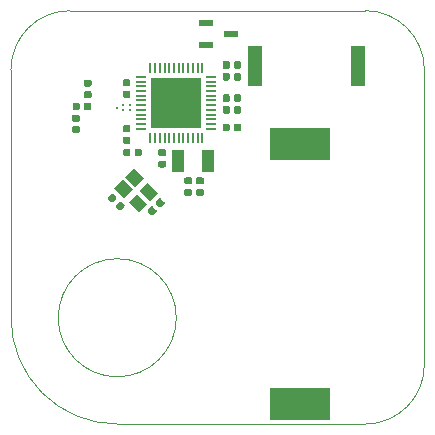
<source format=gbr>
G04 #@! TF.GenerationSoftware,KiCad,Pcbnew,(5.1.5-0-10_14)*
G04 #@! TF.CreationDate,2020-05-20T19:47:04+12:00*
G04 #@! TF.ProjectId,bluetooth-tracker,626c7565-746f-46f7-9468-2d747261636b,A*
G04 #@! TF.SameCoordinates,Original*
G04 #@! TF.FileFunction,Paste,Top*
G04 #@! TF.FilePolarity,Positive*
%FSLAX46Y46*%
G04 Gerber Fmt 4.6, Leading zero omitted, Abs format (unit mm)*
G04 Created by KiCad (PCBNEW (5.1.5-0-10_14)) date 2020-05-20 19:47:04*
%MOMM*%
%LPD*%
G04 APERTURE LIST*
%ADD10C,0.100000*%
%ADD11C,0.320000*%
%ADD12R,5.080000X2.790000*%
%ADD13R,1.300000X3.400000*%
%ADD14R,1.300000X0.600000*%
%ADD15R,1.100000X1.900000*%
%ADD16O,0.200000X0.850000*%
%ADD17O,0.850000X0.200000*%
%ADD18R,4.300000X4.300000*%
G04 APERTURE END LIST*
D10*
X69400000Y-72000000D02*
G75*
G03X69400000Y-72000000I-5000000J0D01*
G01*
X60400000Y-46000001D02*
X85400000Y-46000001D01*
X85399999Y-81000000D02*
X64400000Y-81000000D01*
X90399999Y-76000002D02*
G75*
G02X85399999Y-81000000I-4999999J1D01*
G01*
X90400000Y-51000001D02*
X90400000Y-76000000D01*
X85400000Y-46000001D02*
G75*
G02X90400000Y-51000001I0J-5000000D01*
G01*
X55400001Y-51000001D02*
G75*
G02X60400001Y-46000001I5000000J0D01*
G01*
X55400000Y-71999999D02*
X55400000Y-51000001D01*
X64399999Y-81000000D02*
G75*
G02X55400000Y-71999999I1J9000000D01*
G01*
G36*
X74746958Y-55580710D02*
G01*
X74761276Y-55582834D01*
X74775317Y-55586351D01*
X74788946Y-55591228D01*
X74802031Y-55597417D01*
X74814447Y-55604858D01*
X74826073Y-55613481D01*
X74836798Y-55623202D01*
X74846519Y-55633927D01*
X74855142Y-55645553D01*
X74862583Y-55657969D01*
X74868772Y-55671054D01*
X74873649Y-55684683D01*
X74877166Y-55698724D01*
X74879290Y-55713042D01*
X74880000Y-55727500D01*
X74880000Y-56072500D01*
X74879290Y-56086958D01*
X74877166Y-56101276D01*
X74873649Y-56115317D01*
X74868772Y-56128946D01*
X74862583Y-56142031D01*
X74855142Y-56154447D01*
X74846519Y-56166073D01*
X74836798Y-56176798D01*
X74826073Y-56186519D01*
X74814447Y-56195142D01*
X74802031Y-56202583D01*
X74788946Y-56208772D01*
X74775317Y-56213649D01*
X74761276Y-56217166D01*
X74746958Y-56219290D01*
X74732500Y-56220000D01*
X74437500Y-56220000D01*
X74423042Y-56219290D01*
X74408724Y-56217166D01*
X74394683Y-56213649D01*
X74381054Y-56208772D01*
X74367969Y-56202583D01*
X74355553Y-56195142D01*
X74343927Y-56186519D01*
X74333202Y-56176798D01*
X74323481Y-56166073D01*
X74314858Y-56154447D01*
X74307417Y-56142031D01*
X74301228Y-56128946D01*
X74296351Y-56115317D01*
X74292834Y-56101276D01*
X74290710Y-56086958D01*
X74290000Y-56072500D01*
X74290000Y-55727500D01*
X74290710Y-55713042D01*
X74292834Y-55698724D01*
X74296351Y-55684683D01*
X74301228Y-55671054D01*
X74307417Y-55657969D01*
X74314858Y-55645553D01*
X74323481Y-55633927D01*
X74333202Y-55623202D01*
X74343927Y-55613481D01*
X74355553Y-55604858D01*
X74367969Y-55597417D01*
X74381054Y-55591228D01*
X74394683Y-55586351D01*
X74408724Y-55582834D01*
X74423042Y-55580710D01*
X74437500Y-55580000D01*
X74732500Y-55580000D01*
X74746958Y-55580710D01*
G37*
G36*
X73776958Y-55580710D02*
G01*
X73791276Y-55582834D01*
X73805317Y-55586351D01*
X73818946Y-55591228D01*
X73832031Y-55597417D01*
X73844447Y-55604858D01*
X73856073Y-55613481D01*
X73866798Y-55623202D01*
X73876519Y-55633927D01*
X73885142Y-55645553D01*
X73892583Y-55657969D01*
X73898772Y-55671054D01*
X73903649Y-55684683D01*
X73907166Y-55698724D01*
X73909290Y-55713042D01*
X73910000Y-55727500D01*
X73910000Y-56072500D01*
X73909290Y-56086958D01*
X73907166Y-56101276D01*
X73903649Y-56115317D01*
X73898772Y-56128946D01*
X73892583Y-56142031D01*
X73885142Y-56154447D01*
X73876519Y-56166073D01*
X73866798Y-56176798D01*
X73856073Y-56186519D01*
X73844447Y-56195142D01*
X73832031Y-56202583D01*
X73818946Y-56208772D01*
X73805317Y-56213649D01*
X73791276Y-56217166D01*
X73776958Y-56219290D01*
X73762500Y-56220000D01*
X73467500Y-56220000D01*
X73453042Y-56219290D01*
X73438724Y-56217166D01*
X73424683Y-56213649D01*
X73411054Y-56208772D01*
X73397969Y-56202583D01*
X73385553Y-56195142D01*
X73373927Y-56186519D01*
X73363202Y-56176798D01*
X73353481Y-56166073D01*
X73344858Y-56154447D01*
X73337417Y-56142031D01*
X73331228Y-56128946D01*
X73326351Y-56115317D01*
X73322834Y-56101276D01*
X73320710Y-56086958D01*
X73320000Y-56072500D01*
X73320000Y-55727500D01*
X73320710Y-55713042D01*
X73322834Y-55698724D01*
X73326351Y-55684683D01*
X73331228Y-55671054D01*
X73337417Y-55657969D01*
X73344858Y-55645553D01*
X73353481Y-55633927D01*
X73363202Y-55623202D01*
X73373927Y-55613481D01*
X73385553Y-55604858D01*
X73397969Y-55597417D01*
X73411054Y-55591228D01*
X73424683Y-55586351D01*
X73438724Y-55582834D01*
X73453042Y-55580710D01*
X73467500Y-55580000D01*
X73762500Y-55580000D01*
X73776958Y-55580710D01*
G37*
G36*
X73776958Y-50280710D02*
G01*
X73791276Y-50282834D01*
X73805317Y-50286351D01*
X73818946Y-50291228D01*
X73832031Y-50297417D01*
X73844447Y-50304858D01*
X73856073Y-50313481D01*
X73866798Y-50323202D01*
X73876519Y-50333927D01*
X73885142Y-50345553D01*
X73892583Y-50357969D01*
X73898772Y-50371054D01*
X73903649Y-50384683D01*
X73907166Y-50398724D01*
X73909290Y-50413042D01*
X73910000Y-50427500D01*
X73910000Y-50772500D01*
X73909290Y-50786958D01*
X73907166Y-50801276D01*
X73903649Y-50815317D01*
X73898772Y-50828946D01*
X73892583Y-50842031D01*
X73885142Y-50854447D01*
X73876519Y-50866073D01*
X73866798Y-50876798D01*
X73856073Y-50886519D01*
X73844447Y-50895142D01*
X73832031Y-50902583D01*
X73818946Y-50908772D01*
X73805317Y-50913649D01*
X73791276Y-50917166D01*
X73776958Y-50919290D01*
X73762500Y-50920000D01*
X73467500Y-50920000D01*
X73453042Y-50919290D01*
X73438724Y-50917166D01*
X73424683Y-50913649D01*
X73411054Y-50908772D01*
X73397969Y-50902583D01*
X73385553Y-50895142D01*
X73373927Y-50886519D01*
X73363202Y-50876798D01*
X73353481Y-50866073D01*
X73344858Y-50854447D01*
X73337417Y-50842031D01*
X73331228Y-50828946D01*
X73326351Y-50815317D01*
X73322834Y-50801276D01*
X73320710Y-50786958D01*
X73320000Y-50772500D01*
X73320000Y-50427500D01*
X73320710Y-50413042D01*
X73322834Y-50398724D01*
X73326351Y-50384683D01*
X73331228Y-50371054D01*
X73337417Y-50357969D01*
X73344858Y-50345553D01*
X73353481Y-50333927D01*
X73363202Y-50323202D01*
X73373927Y-50313481D01*
X73385553Y-50304858D01*
X73397969Y-50297417D01*
X73411054Y-50291228D01*
X73424683Y-50286351D01*
X73438724Y-50282834D01*
X73453042Y-50280710D01*
X73467500Y-50280000D01*
X73762500Y-50280000D01*
X73776958Y-50280710D01*
G37*
G36*
X74746958Y-50280710D02*
G01*
X74761276Y-50282834D01*
X74775317Y-50286351D01*
X74788946Y-50291228D01*
X74802031Y-50297417D01*
X74814447Y-50304858D01*
X74826073Y-50313481D01*
X74836798Y-50323202D01*
X74846519Y-50333927D01*
X74855142Y-50345553D01*
X74862583Y-50357969D01*
X74868772Y-50371054D01*
X74873649Y-50384683D01*
X74877166Y-50398724D01*
X74879290Y-50413042D01*
X74880000Y-50427500D01*
X74880000Y-50772500D01*
X74879290Y-50786958D01*
X74877166Y-50801276D01*
X74873649Y-50815317D01*
X74868772Y-50828946D01*
X74862583Y-50842031D01*
X74855142Y-50854447D01*
X74846519Y-50866073D01*
X74836798Y-50876798D01*
X74826073Y-50886519D01*
X74814447Y-50895142D01*
X74802031Y-50902583D01*
X74788946Y-50908772D01*
X74775317Y-50913649D01*
X74761276Y-50917166D01*
X74746958Y-50919290D01*
X74732500Y-50920000D01*
X74437500Y-50920000D01*
X74423042Y-50919290D01*
X74408724Y-50917166D01*
X74394683Y-50913649D01*
X74381054Y-50908772D01*
X74367969Y-50902583D01*
X74355553Y-50895142D01*
X74343927Y-50886519D01*
X74333202Y-50876798D01*
X74323481Y-50866073D01*
X74314858Y-50854447D01*
X74307417Y-50842031D01*
X74301228Y-50828946D01*
X74296351Y-50815317D01*
X74292834Y-50801276D01*
X74290710Y-50786958D01*
X74290000Y-50772500D01*
X74290000Y-50427500D01*
X74290710Y-50413042D01*
X74292834Y-50398724D01*
X74296351Y-50384683D01*
X74301228Y-50371054D01*
X74307417Y-50357969D01*
X74314858Y-50345553D01*
X74323481Y-50333927D01*
X74333202Y-50323202D01*
X74343927Y-50313481D01*
X74355553Y-50304858D01*
X74367969Y-50297417D01*
X74381054Y-50291228D01*
X74394683Y-50286351D01*
X74408724Y-50282834D01*
X74423042Y-50280710D01*
X74437500Y-50280000D01*
X74732500Y-50280000D01*
X74746958Y-50280710D01*
G37*
G36*
X73776958Y-53080710D02*
G01*
X73791276Y-53082834D01*
X73805317Y-53086351D01*
X73818946Y-53091228D01*
X73832031Y-53097417D01*
X73844447Y-53104858D01*
X73856073Y-53113481D01*
X73866798Y-53123202D01*
X73876519Y-53133927D01*
X73885142Y-53145553D01*
X73892583Y-53157969D01*
X73898772Y-53171054D01*
X73903649Y-53184683D01*
X73907166Y-53198724D01*
X73909290Y-53213042D01*
X73910000Y-53227500D01*
X73910000Y-53572500D01*
X73909290Y-53586958D01*
X73907166Y-53601276D01*
X73903649Y-53615317D01*
X73898772Y-53628946D01*
X73892583Y-53642031D01*
X73885142Y-53654447D01*
X73876519Y-53666073D01*
X73866798Y-53676798D01*
X73856073Y-53686519D01*
X73844447Y-53695142D01*
X73832031Y-53702583D01*
X73818946Y-53708772D01*
X73805317Y-53713649D01*
X73791276Y-53717166D01*
X73776958Y-53719290D01*
X73762500Y-53720000D01*
X73467500Y-53720000D01*
X73453042Y-53719290D01*
X73438724Y-53717166D01*
X73424683Y-53713649D01*
X73411054Y-53708772D01*
X73397969Y-53702583D01*
X73385553Y-53695142D01*
X73373927Y-53686519D01*
X73363202Y-53676798D01*
X73353481Y-53666073D01*
X73344858Y-53654447D01*
X73337417Y-53642031D01*
X73331228Y-53628946D01*
X73326351Y-53615317D01*
X73322834Y-53601276D01*
X73320710Y-53586958D01*
X73320000Y-53572500D01*
X73320000Y-53227500D01*
X73320710Y-53213042D01*
X73322834Y-53198724D01*
X73326351Y-53184683D01*
X73331228Y-53171054D01*
X73337417Y-53157969D01*
X73344858Y-53145553D01*
X73353481Y-53133927D01*
X73363202Y-53123202D01*
X73373927Y-53113481D01*
X73385553Y-53104858D01*
X73397969Y-53097417D01*
X73411054Y-53091228D01*
X73424683Y-53086351D01*
X73438724Y-53082834D01*
X73453042Y-53080710D01*
X73467500Y-53080000D01*
X73762500Y-53080000D01*
X73776958Y-53080710D01*
G37*
G36*
X74746958Y-53080710D02*
G01*
X74761276Y-53082834D01*
X74775317Y-53086351D01*
X74788946Y-53091228D01*
X74802031Y-53097417D01*
X74814447Y-53104858D01*
X74826073Y-53113481D01*
X74836798Y-53123202D01*
X74846519Y-53133927D01*
X74855142Y-53145553D01*
X74862583Y-53157969D01*
X74868772Y-53171054D01*
X74873649Y-53184683D01*
X74877166Y-53198724D01*
X74879290Y-53213042D01*
X74880000Y-53227500D01*
X74880000Y-53572500D01*
X74879290Y-53586958D01*
X74877166Y-53601276D01*
X74873649Y-53615317D01*
X74868772Y-53628946D01*
X74862583Y-53642031D01*
X74855142Y-53654447D01*
X74846519Y-53666073D01*
X74836798Y-53676798D01*
X74826073Y-53686519D01*
X74814447Y-53695142D01*
X74802031Y-53702583D01*
X74788946Y-53708772D01*
X74775317Y-53713649D01*
X74761276Y-53717166D01*
X74746958Y-53719290D01*
X74732500Y-53720000D01*
X74437500Y-53720000D01*
X74423042Y-53719290D01*
X74408724Y-53717166D01*
X74394683Y-53713649D01*
X74381054Y-53708772D01*
X74367969Y-53702583D01*
X74355553Y-53695142D01*
X74343927Y-53686519D01*
X74333202Y-53676798D01*
X74323481Y-53666073D01*
X74314858Y-53654447D01*
X74307417Y-53642031D01*
X74301228Y-53628946D01*
X74296351Y-53615317D01*
X74292834Y-53601276D01*
X74290710Y-53586958D01*
X74290000Y-53572500D01*
X74290000Y-53227500D01*
X74290710Y-53213042D01*
X74292834Y-53198724D01*
X74296351Y-53184683D01*
X74301228Y-53171054D01*
X74307417Y-53157969D01*
X74314858Y-53145553D01*
X74323481Y-53133927D01*
X74333202Y-53123202D01*
X74343927Y-53113481D01*
X74355553Y-53104858D01*
X74367969Y-53097417D01*
X74381054Y-53091228D01*
X74394683Y-53086351D01*
X74408724Y-53082834D01*
X74423042Y-53080710D01*
X74437500Y-53080000D01*
X74732500Y-53080000D01*
X74746958Y-53080710D01*
G37*
G36*
X73776958Y-54080710D02*
G01*
X73791276Y-54082834D01*
X73805317Y-54086351D01*
X73818946Y-54091228D01*
X73832031Y-54097417D01*
X73844447Y-54104858D01*
X73856073Y-54113481D01*
X73866798Y-54123202D01*
X73876519Y-54133927D01*
X73885142Y-54145553D01*
X73892583Y-54157969D01*
X73898772Y-54171054D01*
X73903649Y-54184683D01*
X73907166Y-54198724D01*
X73909290Y-54213042D01*
X73910000Y-54227500D01*
X73910000Y-54572500D01*
X73909290Y-54586958D01*
X73907166Y-54601276D01*
X73903649Y-54615317D01*
X73898772Y-54628946D01*
X73892583Y-54642031D01*
X73885142Y-54654447D01*
X73876519Y-54666073D01*
X73866798Y-54676798D01*
X73856073Y-54686519D01*
X73844447Y-54695142D01*
X73832031Y-54702583D01*
X73818946Y-54708772D01*
X73805317Y-54713649D01*
X73791276Y-54717166D01*
X73776958Y-54719290D01*
X73762500Y-54720000D01*
X73467500Y-54720000D01*
X73453042Y-54719290D01*
X73438724Y-54717166D01*
X73424683Y-54713649D01*
X73411054Y-54708772D01*
X73397969Y-54702583D01*
X73385553Y-54695142D01*
X73373927Y-54686519D01*
X73363202Y-54676798D01*
X73353481Y-54666073D01*
X73344858Y-54654447D01*
X73337417Y-54642031D01*
X73331228Y-54628946D01*
X73326351Y-54615317D01*
X73322834Y-54601276D01*
X73320710Y-54586958D01*
X73320000Y-54572500D01*
X73320000Y-54227500D01*
X73320710Y-54213042D01*
X73322834Y-54198724D01*
X73326351Y-54184683D01*
X73331228Y-54171054D01*
X73337417Y-54157969D01*
X73344858Y-54145553D01*
X73353481Y-54133927D01*
X73363202Y-54123202D01*
X73373927Y-54113481D01*
X73385553Y-54104858D01*
X73397969Y-54097417D01*
X73411054Y-54091228D01*
X73424683Y-54086351D01*
X73438724Y-54082834D01*
X73453042Y-54080710D01*
X73467500Y-54080000D01*
X73762500Y-54080000D01*
X73776958Y-54080710D01*
G37*
G36*
X74746958Y-54080710D02*
G01*
X74761276Y-54082834D01*
X74775317Y-54086351D01*
X74788946Y-54091228D01*
X74802031Y-54097417D01*
X74814447Y-54104858D01*
X74826073Y-54113481D01*
X74836798Y-54123202D01*
X74846519Y-54133927D01*
X74855142Y-54145553D01*
X74862583Y-54157969D01*
X74868772Y-54171054D01*
X74873649Y-54184683D01*
X74877166Y-54198724D01*
X74879290Y-54213042D01*
X74880000Y-54227500D01*
X74880000Y-54572500D01*
X74879290Y-54586958D01*
X74877166Y-54601276D01*
X74873649Y-54615317D01*
X74868772Y-54628946D01*
X74862583Y-54642031D01*
X74855142Y-54654447D01*
X74846519Y-54666073D01*
X74836798Y-54676798D01*
X74826073Y-54686519D01*
X74814447Y-54695142D01*
X74802031Y-54702583D01*
X74788946Y-54708772D01*
X74775317Y-54713649D01*
X74761276Y-54717166D01*
X74746958Y-54719290D01*
X74732500Y-54720000D01*
X74437500Y-54720000D01*
X74423042Y-54719290D01*
X74408724Y-54717166D01*
X74394683Y-54713649D01*
X74381054Y-54708772D01*
X74367969Y-54702583D01*
X74355553Y-54695142D01*
X74343927Y-54686519D01*
X74333202Y-54676798D01*
X74323481Y-54666073D01*
X74314858Y-54654447D01*
X74307417Y-54642031D01*
X74301228Y-54628946D01*
X74296351Y-54615317D01*
X74292834Y-54601276D01*
X74290710Y-54586958D01*
X74290000Y-54572500D01*
X74290000Y-54227500D01*
X74290710Y-54213042D01*
X74292834Y-54198724D01*
X74296351Y-54184683D01*
X74301228Y-54171054D01*
X74307417Y-54157969D01*
X74314858Y-54145553D01*
X74323481Y-54133927D01*
X74333202Y-54123202D01*
X74343927Y-54113481D01*
X74355553Y-54104858D01*
X74367969Y-54097417D01*
X74381054Y-54091228D01*
X74394683Y-54086351D01*
X74408724Y-54082834D01*
X74423042Y-54080710D01*
X74437500Y-54080000D01*
X74732500Y-54080000D01*
X74746958Y-54080710D01*
G37*
G36*
X61076958Y-53780710D02*
G01*
X61091276Y-53782834D01*
X61105317Y-53786351D01*
X61118946Y-53791228D01*
X61132031Y-53797417D01*
X61144447Y-53804858D01*
X61156073Y-53813481D01*
X61166798Y-53823202D01*
X61176519Y-53833927D01*
X61185142Y-53845553D01*
X61192583Y-53857969D01*
X61198772Y-53871054D01*
X61203649Y-53884683D01*
X61207166Y-53898724D01*
X61209290Y-53913042D01*
X61210000Y-53927500D01*
X61210000Y-54272500D01*
X61209290Y-54286958D01*
X61207166Y-54301276D01*
X61203649Y-54315317D01*
X61198772Y-54328946D01*
X61192583Y-54342031D01*
X61185142Y-54354447D01*
X61176519Y-54366073D01*
X61166798Y-54376798D01*
X61156073Y-54386519D01*
X61144447Y-54395142D01*
X61132031Y-54402583D01*
X61118946Y-54408772D01*
X61105317Y-54413649D01*
X61091276Y-54417166D01*
X61076958Y-54419290D01*
X61062500Y-54420000D01*
X60767500Y-54420000D01*
X60753042Y-54419290D01*
X60738724Y-54417166D01*
X60724683Y-54413649D01*
X60711054Y-54408772D01*
X60697969Y-54402583D01*
X60685553Y-54395142D01*
X60673927Y-54386519D01*
X60663202Y-54376798D01*
X60653481Y-54366073D01*
X60644858Y-54354447D01*
X60637417Y-54342031D01*
X60631228Y-54328946D01*
X60626351Y-54315317D01*
X60622834Y-54301276D01*
X60620710Y-54286958D01*
X60620000Y-54272500D01*
X60620000Y-53927500D01*
X60620710Y-53913042D01*
X60622834Y-53898724D01*
X60626351Y-53884683D01*
X60631228Y-53871054D01*
X60637417Y-53857969D01*
X60644858Y-53845553D01*
X60653481Y-53833927D01*
X60663202Y-53823202D01*
X60673927Y-53813481D01*
X60685553Y-53804858D01*
X60697969Y-53797417D01*
X60711054Y-53791228D01*
X60724683Y-53786351D01*
X60738724Y-53782834D01*
X60753042Y-53780710D01*
X60767500Y-53780000D01*
X61062500Y-53780000D01*
X61076958Y-53780710D01*
G37*
G36*
X62046958Y-53780710D02*
G01*
X62061276Y-53782834D01*
X62075317Y-53786351D01*
X62088946Y-53791228D01*
X62102031Y-53797417D01*
X62114447Y-53804858D01*
X62126073Y-53813481D01*
X62136798Y-53823202D01*
X62146519Y-53833927D01*
X62155142Y-53845553D01*
X62162583Y-53857969D01*
X62168772Y-53871054D01*
X62173649Y-53884683D01*
X62177166Y-53898724D01*
X62179290Y-53913042D01*
X62180000Y-53927500D01*
X62180000Y-54272500D01*
X62179290Y-54286958D01*
X62177166Y-54301276D01*
X62173649Y-54315317D01*
X62168772Y-54328946D01*
X62162583Y-54342031D01*
X62155142Y-54354447D01*
X62146519Y-54366073D01*
X62136798Y-54376798D01*
X62126073Y-54386519D01*
X62114447Y-54395142D01*
X62102031Y-54402583D01*
X62088946Y-54408772D01*
X62075317Y-54413649D01*
X62061276Y-54417166D01*
X62046958Y-54419290D01*
X62032500Y-54420000D01*
X61737500Y-54420000D01*
X61723042Y-54419290D01*
X61708724Y-54417166D01*
X61694683Y-54413649D01*
X61681054Y-54408772D01*
X61667969Y-54402583D01*
X61655553Y-54395142D01*
X61643927Y-54386519D01*
X61633202Y-54376798D01*
X61623481Y-54366073D01*
X61614858Y-54354447D01*
X61607417Y-54342031D01*
X61601228Y-54328946D01*
X61596351Y-54315317D01*
X61592834Y-54301276D01*
X61590710Y-54286958D01*
X61590000Y-54272500D01*
X61590000Y-53927500D01*
X61590710Y-53913042D01*
X61592834Y-53898724D01*
X61596351Y-53884683D01*
X61601228Y-53871054D01*
X61607417Y-53857969D01*
X61614858Y-53845553D01*
X61623481Y-53833927D01*
X61633202Y-53823202D01*
X61643927Y-53813481D01*
X61655553Y-53804858D01*
X61667969Y-53797417D01*
X61681054Y-53791228D01*
X61694683Y-53786351D01*
X61708724Y-53782834D01*
X61723042Y-53780710D01*
X61737500Y-53780000D01*
X62032500Y-53780000D01*
X62046958Y-53780710D01*
G37*
G36*
X61086958Y-55775710D02*
G01*
X61101276Y-55777834D01*
X61115317Y-55781351D01*
X61128946Y-55786228D01*
X61142031Y-55792417D01*
X61154447Y-55799858D01*
X61166073Y-55808481D01*
X61176798Y-55818202D01*
X61186519Y-55828927D01*
X61195142Y-55840553D01*
X61202583Y-55852969D01*
X61208772Y-55866054D01*
X61213649Y-55879683D01*
X61217166Y-55893724D01*
X61219290Y-55908042D01*
X61220000Y-55922500D01*
X61220000Y-56217500D01*
X61219290Y-56231958D01*
X61217166Y-56246276D01*
X61213649Y-56260317D01*
X61208772Y-56273946D01*
X61202583Y-56287031D01*
X61195142Y-56299447D01*
X61186519Y-56311073D01*
X61176798Y-56321798D01*
X61166073Y-56331519D01*
X61154447Y-56340142D01*
X61142031Y-56347583D01*
X61128946Y-56353772D01*
X61115317Y-56358649D01*
X61101276Y-56362166D01*
X61086958Y-56364290D01*
X61072500Y-56365000D01*
X60727500Y-56365000D01*
X60713042Y-56364290D01*
X60698724Y-56362166D01*
X60684683Y-56358649D01*
X60671054Y-56353772D01*
X60657969Y-56347583D01*
X60645553Y-56340142D01*
X60633927Y-56331519D01*
X60623202Y-56321798D01*
X60613481Y-56311073D01*
X60604858Y-56299447D01*
X60597417Y-56287031D01*
X60591228Y-56273946D01*
X60586351Y-56260317D01*
X60582834Y-56246276D01*
X60580710Y-56231958D01*
X60580000Y-56217500D01*
X60580000Y-55922500D01*
X60580710Y-55908042D01*
X60582834Y-55893724D01*
X60586351Y-55879683D01*
X60591228Y-55866054D01*
X60597417Y-55852969D01*
X60604858Y-55840553D01*
X60613481Y-55828927D01*
X60623202Y-55818202D01*
X60633927Y-55808481D01*
X60645553Y-55799858D01*
X60657969Y-55792417D01*
X60671054Y-55786228D01*
X60684683Y-55781351D01*
X60698724Y-55777834D01*
X60713042Y-55775710D01*
X60727500Y-55775000D01*
X61072500Y-55775000D01*
X61086958Y-55775710D01*
G37*
G36*
X61086958Y-54805710D02*
G01*
X61101276Y-54807834D01*
X61115317Y-54811351D01*
X61128946Y-54816228D01*
X61142031Y-54822417D01*
X61154447Y-54829858D01*
X61166073Y-54838481D01*
X61176798Y-54848202D01*
X61186519Y-54858927D01*
X61195142Y-54870553D01*
X61202583Y-54882969D01*
X61208772Y-54896054D01*
X61213649Y-54909683D01*
X61217166Y-54923724D01*
X61219290Y-54938042D01*
X61220000Y-54952500D01*
X61220000Y-55247500D01*
X61219290Y-55261958D01*
X61217166Y-55276276D01*
X61213649Y-55290317D01*
X61208772Y-55303946D01*
X61202583Y-55317031D01*
X61195142Y-55329447D01*
X61186519Y-55341073D01*
X61176798Y-55351798D01*
X61166073Y-55361519D01*
X61154447Y-55370142D01*
X61142031Y-55377583D01*
X61128946Y-55383772D01*
X61115317Y-55388649D01*
X61101276Y-55392166D01*
X61086958Y-55394290D01*
X61072500Y-55395000D01*
X60727500Y-55395000D01*
X60713042Y-55394290D01*
X60698724Y-55392166D01*
X60684683Y-55388649D01*
X60671054Y-55383772D01*
X60657969Y-55377583D01*
X60645553Y-55370142D01*
X60633927Y-55361519D01*
X60623202Y-55351798D01*
X60613481Y-55341073D01*
X60604858Y-55329447D01*
X60597417Y-55317031D01*
X60591228Y-55303946D01*
X60586351Y-55290317D01*
X60582834Y-55276276D01*
X60580710Y-55261958D01*
X60580000Y-55247500D01*
X60580000Y-54952500D01*
X60580710Y-54938042D01*
X60582834Y-54923724D01*
X60586351Y-54909683D01*
X60591228Y-54896054D01*
X60597417Y-54882969D01*
X60604858Y-54870553D01*
X60613481Y-54858927D01*
X60623202Y-54848202D01*
X60633927Y-54838481D01*
X60645553Y-54829858D01*
X60657969Y-54822417D01*
X60671054Y-54816228D01*
X60684683Y-54811351D01*
X60698724Y-54807834D01*
X60713042Y-54805710D01*
X60727500Y-54805000D01*
X61072500Y-54805000D01*
X61086958Y-54805710D01*
G37*
G36*
X62086958Y-51835710D02*
G01*
X62101276Y-51837834D01*
X62115317Y-51841351D01*
X62128946Y-51846228D01*
X62142031Y-51852417D01*
X62154447Y-51859858D01*
X62166073Y-51868481D01*
X62176798Y-51878202D01*
X62186519Y-51888927D01*
X62195142Y-51900553D01*
X62202583Y-51912969D01*
X62208772Y-51926054D01*
X62213649Y-51939683D01*
X62217166Y-51953724D01*
X62219290Y-51968042D01*
X62220000Y-51982500D01*
X62220000Y-52277500D01*
X62219290Y-52291958D01*
X62217166Y-52306276D01*
X62213649Y-52320317D01*
X62208772Y-52333946D01*
X62202583Y-52347031D01*
X62195142Y-52359447D01*
X62186519Y-52371073D01*
X62176798Y-52381798D01*
X62166073Y-52391519D01*
X62154447Y-52400142D01*
X62142031Y-52407583D01*
X62128946Y-52413772D01*
X62115317Y-52418649D01*
X62101276Y-52422166D01*
X62086958Y-52424290D01*
X62072500Y-52425000D01*
X61727500Y-52425000D01*
X61713042Y-52424290D01*
X61698724Y-52422166D01*
X61684683Y-52418649D01*
X61671054Y-52413772D01*
X61657969Y-52407583D01*
X61645553Y-52400142D01*
X61633927Y-52391519D01*
X61623202Y-52381798D01*
X61613481Y-52371073D01*
X61604858Y-52359447D01*
X61597417Y-52347031D01*
X61591228Y-52333946D01*
X61586351Y-52320317D01*
X61582834Y-52306276D01*
X61580710Y-52291958D01*
X61580000Y-52277500D01*
X61580000Y-51982500D01*
X61580710Y-51968042D01*
X61582834Y-51953724D01*
X61586351Y-51939683D01*
X61591228Y-51926054D01*
X61597417Y-51912969D01*
X61604858Y-51900553D01*
X61613481Y-51888927D01*
X61623202Y-51878202D01*
X61633927Y-51868481D01*
X61645553Y-51859858D01*
X61657969Y-51852417D01*
X61671054Y-51846228D01*
X61684683Y-51841351D01*
X61698724Y-51837834D01*
X61713042Y-51835710D01*
X61727500Y-51835000D01*
X62072500Y-51835000D01*
X62086958Y-51835710D01*
G37*
G36*
X62086958Y-52805710D02*
G01*
X62101276Y-52807834D01*
X62115317Y-52811351D01*
X62128946Y-52816228D01*
X62142031Y-52822417D01*
X62154447Y-52829858D01*
X62166073Y-52838481D01*
X62176798Y-52848202D01*
X62186519Y-52858927D01*
X62195142Y-52870553D01*
X62202583Y-52882969D01*
X62208772Y-52896054D01*
X62213649Y-52909683D01*
X62217166Y-52923724D01*
X62219290Y-52938042D01*
X62220000Y-52952500D01*
X62220000Y-53247500D01*
X62219290Y-53261958D01*
X62217166Y-53276276D01*
X62213649Y-53290317D01*
X62208772Y-53303946D01*
X62202583Y-53317031D01*
X62195142Y-53329447D01*
X62186519Y-53341073D01*
X62176798Y-53351798D01*
X62166073Y-53361519D01*
X62154447Y-53370142D01*
X62142031Y-53377583D01*
X62128946Y-53383772D01*
X62115317Y-53388649D01*
X62101276Y-53392166D01*
X62086958Y-53394290D01*
X62072500Y-53395000D01*
X61727500Y-53395000D01*
X61713042Y-53394290D01*
X61698724Y-53392166D01*
X61684683Y-53388649D01*
X61671054Y-53383772D01*
X61657969Y-53377583D01*
X61645553Y-53370142D01*
X61633927Y-53361519D01*
X61623202Y-53351798D01*
X61613481Y-53341073D01*
X61604858Y-53329447D01*
X61597417Y-53317031D01*
X61591228Y-53303946D01*
X61586351Y-53290317D01*
X61582834Y-53276276D01*
X61580710Y-53261958D01*
X61580000Y-53247500D01*
X61580000Y-52952500D01*
X61580710Y-52938042D01*
X61582834Y-52923724D01*
X61586351Y-52909683D01*
X61591228Y-52896054D01*
X61597417Y-52882969D01*
X61604858Y-52870553D01*
X61613481Y-52858927D01*
X61623202Y-52848202D01*
X61633927Y-52838481D01*
X61645553Y-52829858D01*
X61657969Y-52822417D01*
X61671054Y-52816228D01*
X61684683Y-52811351D01*
X61698724Y-52807834D01*
X61713042Y-52805710D01*
X61727500Y-52805000D01*
X62072500Y-52805000D01*
X62086958Y-52805710D01*
G37*
G36*
X65386958Y-51820710D02*
G01*
X65401276Y-51822834D01*
X65415317Y-51826351D01*
X65428946Y-51831228D01*
X65442031Y-51837417D01*
X65454447Y-51844858D01*
X65466073Y-51853481D01*
X65476798Y-51863202D01*
X65486519Y-51873927D01*
X65495142Y-51885553D01*
X65502583Y-51897969D01*
X65508772Y-51911054D01*
X65513649Y-51924683D01*
X65517166Y-51938724D01*
X65519290Y-51953042D01*
X65520000Y-51967500D01*
X65520000Y-52262500D01*
X65519290Y-52276958D01*
X65517166Y-52291276D01*
X65513649Y-52305317D01*
X65508772Y-52318946D01*
X65502583Y-52332031D01*
X65495142Y-52344447D01*
X65486519Y-52356073D01*
X65476798Y-52366798D01*
X65466073Y-52376519D01*
X65454447Y-52385142D01*
X65442031Y-52392583D01*
X65428946Y-52398772D01*
X65415317Y-52403649D01*
X65401276Y-52407166D01*
X65386958Y-52409290D01*
X65372500Y-52410000D01*
X65027500Y-52410000D01*
X65013042Y-52409290D01*
X64998724Y-52407166D01*
X64984683Y-52403649D01*
X64971054Y-52398772D01*
X64957969Y-52392583D01*
X64945553Y-52385142D01*
X64933927Y-52376519D01*
X64923202Y-52366798D01*
X64913481Y-52356073D01*
X64904858Y-52344447D01*
X64897417Y-52332031D01*
X64891228Y-52318946D01*
X64886351Y-52305317D01*
X64882834Y-52291276D01*
X64880710Y-52276958D01*
X64880000Y-52262500D01*
X64880000Y-51967500D01*
X64880710Y-51953042D01*
X64882834Y-51938724D01*
X64886351Y-51924683D01*
X64891228Y-51911054D01*
X64897417Y-51897969D01*
X64904858Y-51885553D01*
X64913481Y-51873927D01*
X64923202Y-51863202D01*
X64933927Y-51853481D01*
X64945553Y-51844858D01*
X64957969Y-51837417D01*
X64971054Y-51831228D01*
X64984683Y-51826351D01*
X64998724Y-51822834D01*
X65013042Y-51820710D01*
X65027500Y-51820000D01*
X65372500Y-51820000D01*
X65386958Y-51820710D01*
G37*
G36*
X65386958Y-52790710D02*
G01*
X65401276Y-52792834D01*
X65415317Y-52796351D01*
X65428946Y-52801228D01*
X65442031Y-52807417D01*
X65454447Y-52814858D01*
X65466073Y-52823481D01*
X65476798Y-52833202D01*
X65486519Y-52843927D01*
X65495142Y-52855553D01*
X65502583Y-52867969D01*
X65508772Y-52881054D01*
X65513649Y-52894683D01*
X65517166Y-52908724D01*
X65519290Y-52923042D01*
X65520000Y-52937500D01*
X65520000Y-53232500D01*
X65519290Y-53246958D01*
X65517166Y-53261276D01*
X65513649Y-53275317D01*
X65508772Y-53288946D01*
X65502583Y-53302031D01*
X65495142Y-53314447D01*
X65486519Y-53326073D01*
X65476798Y-53336798D01*
X65466073Y-53346519D01*
X65454447Y-53355142D01*
X65442031Y-53362583D01*
X65428946Y-53368772D01*
X65415317Y-53373649D01*
X65401276Y-53377166D01*
X65386958Y-53379290D01*
X65372500Y-53380000D01*
X65027500Y-53380000D01*
X65013042Y-53379290D01*
X64998724Y-53377166D01*
X64984683Y-53373649D01*
X64971054Y-53368772D01*
X64957969Y-53362583D01*
X64945553Y-53355142D01*
X64933927Y-53346519D01*
X64923202Y-53336798D01*
X64913481Y-53326073D01*
X64904858Y-53314447D01*
X64897417Y-53302031D01*
X64891228Y-53288946D01*
X64886351Y-53275317D01*
X64882834Y-53261276D01*
X64880710Y-53246958D01*
X64880000Y-53232500D01*
X64880000Y-52937500D01*
X64880710Y-52923042D01*
X64882834Y-52908724D01*
X64886351Y-52894683D01*
X64891228Y-52881054D01*
X64897417Y-52867969D01*
X64904858Y-52855553D01*
X64913481Y-52843927D01*
X64923202Y-52833202D01*
X64933927Y-52823481D01*
X64945553Y-52814858D01*
X64957969Y-52807417D01*
X64971054Y-52801228D01*
X64984683Y-52796351D01*
X64998724Y-52792834D01*
X65013042Y-52790710D01*
X65027500Y-52790000D01*
X65372500Y-52790000D01*
X65386958Y-52790710D01*
G37*
G36*
X74746958Y-51280710D02*
G01*
X74761276Y-51282834D01*
X74775317Y-51286351D01*
X74788946Y-51291228D01*
X74802031Y-51297417D01*
X74814447Y-51304858D01*
X74826073Y-51313481D01*
X74836798Y-51323202D01*
X74846519Y-51333927D01*
X74855142Y-51345553D01*
X74862583Y-51357969D01*
X74868772Y-51371054D01*
X74873649Y-51384683D01*
X74877166Y-51398724D01*
X74879290Y-51413042D01*
X74880000Y-51427500D01*
X74880000Y-51772500D01*
X74879290Y-51786958D01*
X74877166Y-51801276D01*
X74873649Y-51815317D01*
X74868772Y-51828946D01*
X74862583Y-51842031D01*
X74855142Y-51854447D01*
X74846519Y-51866073D01*
X74836798Y-51876798D01*
X74826073Y-51886519D01*
X74814447Y-51895142D01*
X74802031Y-51902583D01*
X74788946Y-51908772D01*
X74775317Y-51913649D01*
X74761276Y-51917166D01*
X74746958Y-51919290D01*
X74732500Y-51920000D01*
X74437500Y-51920000D01*
X74423042Y-51919290D01*
X74408724Y-51917166D01*
X74394683Y-51913649D01*
X74381054Y-51908772D01*
X74367969Y-51902583D01*
X74355553Y-51895142D01*
X74343927Y-51886519D01*
X74333202Y-51876798D01*
X74323481Y-51866073D01*
X74314858Y-51854447D01*
X74307417Y-51842031D01*
X74301228Y-51828946D01*
X74296351Y-51815317D01*
X74292834Y-51801276D01*
X74290710Y-51786958D01*
X74290000Y-51772500D01*
X74290000Y-51427500D01*
X74290710Y-51413042D01*
X74292834Y-51398724D01*
X74296351Y-51384683D01*
X74301228Y-51371054D01*
X74307417Y-51357969D01*
X74314858Y-51345553D01*
X74323481Y-51333927D01*
X74333202Y-51323202D01*
X74343927Y-51313481D01*
X74355553Y-51304858D01*
X74367969Y-51297417D01*
X74381054Y-51291228D01*
X74394683Y-51286351D01*
X74408724Y-51282834D01*
X74423042Y-51280710D01*
X74437500Y-51280000D01*
X74732500Y-51280000D01*
X74746958Y-51280710D01*
G37*
G36*
X73776958Y-51280710D02*
G01*
X73791276Y-51282834D01*
X73805317Y-51286351D01*
X73818946Y-51291228D01*
X73832031Y-51297417D01*
X73844447Y-51304858D01*
X73856073Y-51313481D01*
X73866798Y-51323202D01*
X73876519Y-51333927D01*
X73885142Y-51345553D01*
X73892583Y-51357969D01*
X73898772Y-51371054D01*
X73903649Y-51384683D01*
X73907166Y-51398724D01*
X73909290Y-51413042D01*
X73910000Y-51427500D01*
X73910000Y-51772500D01*
X73909290Y-51786958D01*
X73907166Y-51801276D01*
X73903649Y-51815317D01*
X73898772Y-51828946D01*
X73892583Y-51842031D01*
X73885142Y-51854447D01*
X73876519Y-51866073D01*
X73866798Y-51876798D01*
X73856073Y-51886519D01*
X73844447Y-51895142D01*
X73832031Y-51902583D01*
X73818946Y-51908772D01*
X73805317Y-51913649D01*
X73791276Y-51917166D01*
X73776958Y-51919290D01*
X73762500Y-51920000D01*
X73467500Y-51920000D01*
X73453042Y-51919290D01*
X73438724Y-51917166D01*
X73424683Y-51913649D01*
X73411054Y-51908772D01*
X73397969Y-51902583D01*
X73385553Y-51895142D01*
X73373927Y-51886519D01*
X73363202Y-51876798D01*
X73353481Y-51866073D01*
X73344858Y-51854447D01*
X73337417Y-51842031D01*
X73331228Y-51828946D01*
X73326351Y-51815317D01*
X73322834Y-51801276D01*
X73320710Y-51786958D01*
X73320000Y-51772500D01*
X73320000Y-51427500D01*
X73320710Y-51413042D01*
X73322834Y-51398724D01*
X73326351Y-51384683D01*
X73331228Y-51371054D01*
X73337417Y-51357969D01*
X73344858Y-51345553D01*
X73353481Y-51333927D01*
X73363202Y-51323202D01*
X73373927Y-51313481D01*
X73385553Y-51304858D01*
X73397969Y-51297417D01*
X73411054Y-51291228D01*
X73424683Y-51286351D01*
X73438724Y-51282834D01*
X73453042Y-51280710D01*
X73467500Y-51280000D01*
X73762500Y-51280000D01*
X73776958Y-51280710D01*
G37*
G36*
X65386958Y-56675710D02*
G01*
X65401276Y-56677834D01*
X65415317Y-56681351D01*
X65428946Y-56686228D01*
X65442031Y-56692417D01*
X65454447Y-56699858D01*
X65466073Y-56708481D01*
X65476798Y-56718202D01*
X65486519Y-56728927D01*
X65495142Y-56740553D01*
X65502583Y-56752969D01*
X65508772Y-56766054D01*
X65513649Y-56779683D01*
X65517166Y-56793724D01*
X65519290Y-56808042D01*
X65520000Y-56822500D01*
X65520000Y-57117500D01*
X65519290Y-57131958D01*
X65517166Y-57146276D01*
X65513649Y-57160317D01*
X65508772Y-57173946D01*
X65502583Y-57187031D01*
X65495142Y-57199447D01*
X65486519Y-57211073D01*
X65476798Y-57221798D01*
X65466073Y-57231519D01*
X65454447Y-57240142D01*
X65442031Y-57247583D01*
X65428946Y-57253772D01*
X65415317Y-57258649D01*
X65401276Y-57262166D01*
X65386958Y-57264290D01*
X65372500Y-57265000D01*
X65027500Y-57265000D01*
X65013042Y-57264290D01*
X64998724Y-57262166D01*
X64984683Y-57258649D01*
X64971054Y-57253772D01*
X64957969Y-57247583D01*
X64945553Y-57240142D01*
X64933927Y-57231519D01*
X64923202Y-57221798D01*
X64913481Y-57211073D01*
X64904858Y-57199447D01*
X64897417Y-57187031D01*
X64891228Y-57173946D01*
X64886351Y-57160317D01*
X64882834Y-57146276D01*
X64880710Y-57131958D01*
X64880000Y-57117500D01*
X64880000Y-56822500D01*
X64880710Y-56808042D01*
X64882834Y-56793724D01*
X64886351Y-56779683D01*
X64891228Y-56766054D01*
X64897417Y-56752969D01*
X64904858Y-56740553D01*
X64913481Y-56728927D01*
X64923202Y-56718202D01*
X64933927Y-56708481D01*
X64945553Y-56699858D01*
X64957969Y-56692417D01*
X64971054Y-56686228D01*
X64984683Y-56681351D01*
X64998724Y-56677834D01*
X65013042Y-56675710D01*
X65027500Y-56675000D01*
X65372500Y-56675000D01*
X65386958Y-56675710D01*
G37*
G36*
X65386958Y-55705710D02*
G01*
X65401276Y-55707834D01*
X65415317Y-55711351D01*
X65428946Y-55716228D01*
X65442031Y-55722417D01*
X65454447Y-55729858D01*
X65466073Y-55738481D01*
X65476798Y-55748202D01*
X65486519Y-55758927D01*
X65495142Y-55770553D01*
X65502583Y-55782969D01*
X65508772Y-55796054D01*
X65513649Y-55809683D01*
X65517166Y-55823724D01*
X65519290Y-55838042D01*
X65520000Y-55852500D01*
X65520000Y-56147500D01*
X65519290Y-56161958D01*
X65517166Y-56176276D01*
X65513649Y-56190317D01*
X65508772Y-56203946D01*
X65502583Y-56217031D01*
X65495142Y-56229447D01*
X65486519Y-56241073D01*
X65476798Y-56251798D01*
X65466073Y-56261519D01*
X65454447Y-56270142D01*
X65442031Y-56277583D01*
X65428946Y-56283772D01*
X65415317Y-56288649D01*
X65401276Y-56292166D01*
X65386958Y-56294290D01*
X65372500Y-56295000D01*
X65027500Y-56295000D01*
X65013042Y-56294290D01*
X64998724Y-56292166D01*
X64984683Y-56288649D01*
X64971054Y-56283772D01*
X64957969Y-56277583D01*
X64945553Y-56270142D01*
X64933927Y-56261519D01*
X64923202Y-56251798D01*
X64913481Y-56241073D01*
X64904858Y-56229447D01*
X64897417Y-56217031D01*
X64891228Y-56203946D01*
X64886351Y-56190317D01*
X64882834Y-56176276D01*
X64880710Y-56161958D01*
X64880000Y-56147500D01*
X64880000Y-55852500D01*
X64880710Y-55838042D01*
X64882834Y-55823724D01*
X64886351Y-55809683D01*
X64891228Y-55796054D01*
X64897417Y-55782969D01*
X64904858Y-55770553D01*
X64913481Y-55758927D01*
X64923202Y-55748202D01*
X64933927Y-55738481D01*
X64945553Y-55729858D01*
X64957969Y-55722417D01*
X64971054Y-55716228D01*
X64984683Y-55711351D01*
X64998724Y-55707834D01*
X65013042Y-55705710D01*
X65027500Y-55705000D01*
X65372500Y-55705000D01*
X65386958Y-55705710D01*
G37*
G36*
X65361958Y-57680710D02*
G01*
X65376276Y-57682834D01*
X65390317Y-57686351D01*
X65403946Y-57691228D01*
X65417031Y-57697417D01*
X65429447Y-57704858D01*
X65441073Y-57713481D01*
X65451798Y-57723202D01*
X65461519Y-57733927D01*
X65470142Y-57745553D01*
X65477583Y-57757969D01*
X65483772Y-57771054D01*
X65488649Y-57784683D01*
X65492166Y-57798724D01*
X65494290Y-57813042D01*
X65495000Y-57827500D01*
X65495000Y-58172500D01*
X65494290Y-58186958D01*
X65492166Y-58201276D01*
X65488649Y-58215317D01*
X65483772Y-58228946D01*
X65477583Y-58242031D01*
X65470142Y-58254447D01*
X65461519Y-58266073D01*
X65451798Y-58276798D01*
X65441073Y-58286519D01*
X65429447Y-58295142D01*
X65417031Y-58302583D01*
X65403946Y-58308772D01*
X65390317Y-58313649D01*
X65376276Y-58317166D01*
X65361958Y-58319290D01*
X65347500Y-58320000D01*
X65052500Y-58320000D01*
X65038042Y-58319290D01*
X65023724Y-58317166D01*
X65009683Y-58313649D01*
X64996054Y-58308772D01*
X64982969Y-58302583D01*
X64970553Y-58295142D01*
X64958927Y-58286519D01*
X64948202Y-58276798D01*
X64938481Y-58266073D01*
X64929858Y-58254447D01*
X64922417Y-58242031D01*
X64916228Y-58228946D01*
X64911351Y-58215317D01*
X64907834Y-58201276D01*
X64905710Y-58186958D01*
X64905000Y-58172500D01*
X64905000Y-57827500D01*
X64905710Y-57813042D01*
X64907834Y-57798724D01*
X64911351Y-57784683D01*
X64916228Y-57771054D01*
X64922417Y-57757969D01*
X64929858Y-57745553D01*
X64938481Y-57733927D01*
X64948202Y-57723202D01*
X64958927Y-57713481D01*
X64970553Y-57704858D01*
X64982969Y-57697417D01*
X64996054Y-57691228D01*
X65009683Y-57686351D01*
X65023724Y-57682834D01*
X65038042Y-57680710D01*
X65052500Y-57680000D01*
X65347500Y-57680000D01*
X65361958Y-57680710D01*
G37*
G36*
X66331958Y-57680710D02*
G01*
X66346276Y-57682834D01*
X66360317Y-57686351D01*
X66373946Y-57691228D01*
X66387031Y-57697417D01*
X66399447Y-57704858D01*
X66411073Y-57713481D01*
X66421798Y-57723202D01*
X66431519Y-57733927D01*
X66440142Y-57745553D01*
X66447583Y-57757969D01*
X66453772Y-57771054D01*
X66458649Y-57784683D01*
X66462166Y-57798724D01*
X66464290Y-57813042D01*
X66465000Y-57827500D01*
X66465000Y-58172500D01*
X66464290Y-58186958D01*
X66462166Y-58201276D01*
X66458649Y-58215317D01*
X66453772Y-58228946D01*
X66447583Y-58242031D01*
X66440142Y-58254447D01*
X66431519Y-58266073D01*
X66421798Y-58276798D01*
X66411073Y-58286519D01*
X66399447Y-58295142D01*
X66387031Y-58302583D01*
X66373946Y-58308772D01*
X66360317Y-58313649D01*
X66346276Y-58317166D01*
X66331958Y-58319290D01*
X66317500Y-58320000D01*
X66022500Y-58320000D01*
X66008042Y-58319290D01*
X65993724Y-58317166D01*
X65979683Y-58313649D01*
X65966054Y-58308772D01*
X65952969Y-58302583D01*
X65940553Y-58295142D01*
X65928927Y-58286519D01*
X65918202Y-58276798D01*
X65908481Y-58266073D01*
X65899858Y-58254447D01*
X65892417Y-58242031D01*
X65886228Y-58228946D01*
X65881351Y-58215317D01*
X65877834Y-58201276D01*
X65875710Y-58186958D01*
X65875000Y-58172500D01*
X65875000Y-57827500D01*
X65875710Y-57813042D01*
X65877834Y-57798724D01*
X65881351Y-57784683D01*
X65886228Y-57771054D01*
X65892417Y-57757969D01*
X65899858Y-57745553D01*
X65908481Y-57733927D01*
X65918202Y-57723202D01*
X65928927Y-57713481D01*
X65940553Y-57704858D01*
X65952969Y-57697417D01*
X65966054Y-57691228D01*
X65979683Y-57686351D01*
X65993724Y-57682834D01*
X66008042Y-57680710D01*
X66022500Y-57680000D01*
X66317500Y-57680000D01*
X66331958Y-57680710D01*
G37*
G36*
X67353833Y-62569883D02*
G01*
X67368151Y-62572007D01*
X67382192Y-62575524D01*
X67395821Y-62580401D01*
X67408906Y-62586590D01*
X67421322Y-62594031D01*
X67432948Y-62602654D01*
X67443673Y-62612375D01*
X67687625Y-62856327D01*
X67697346Y-62867052D01*
X67705969Y-62878678D01*
X67713410Y-62891094D01*
X67719599Y-62904179D01*
X67724476Y-62917808D01*
X67727993Y-62931849D01*
X67730117Y-62946167D01*
X67730827Y-62960625D01*
X67730117Y-62975083D01*
X67727993Y-62989401D01*
X67724476Y-63003442D01*
X67719599Y-63017071D01*
X67713410Y-63030156D01*
X67705969Y-63042572D01*
X67697346Y-63054198D01*
X67687625Y-63064923D01*
X67479029Y-63273519D01*
X67468304Y-63283240D01*
X67456678Y-63291863D01*
X67444262Y-63299304D01*
X67431177Y-63305493D01*
X67417548Y-63310370D01*
X67403507Y-63313887D01*
X67389189Y-63316011D01*
X67374731Y-63316721D01*
X67360273Y-63316011D01*
X67345955Y-63313887D01*
X67331914Y-63310370D01*
X67318285Y-63305493D01*
X67305200Y-63299304D01*
X67292784Y-63291863D01*
X67281158Y-63283240D01*
X67270433Y-63273519D01*
X67026481Y-63029567D01*
X67016760Y-63018842D01*
X67008137Y-63007216D01*
X67000696Y-62994800D01*
X66994507Y-62981715D01*
X66989630Y-62968086D01*
X66986113Y-62954045D01*
X66983989Y-62939727D01*
X66983279Y-62925269D01*
X66983989Y-62910811D01*
X66986113Y-62896493D01*
X66989630Y-62882452D01*
X66994507Y-62868823D01*
X67000696Y-62855738D01*
X67008137Y-62843322D01*
X67016760Y-62831696D01*
X67026481Y-62820971D01*
X67235077Y-62612375D01*
X67245802Y-62602654D01*
X67257428Y-62594031D01*
X67269844Y-62586590D01*
X67282929Y-62580401D01*
X67296558Y-62575524D01*
X67310599Y-62572007D01*
X67324917Y-62569883D01*
X67339375Y-62569173D01*
X67353833Y-62569883D01*
G37*
G36*
X68039727Y-61883989D02*
G01*
X68054045Y-61886113D01*
X68068086Y-61889630D01*
X68081715Y-61894507D01*
X68094800Y-61900696D01*
X68107216Y-61908137D01*
X68118842Y-61916760D01*
X68129567Y-61926481D01*
X68373519Y-62170433D01*
X68383240Y-62181158D01*
X68391863Y-62192784D01*
X68399304Y-62205200D01*
X68405493Y-62218285D01*
X68410370Y-62231914D01*
X68413887Y-62245955D01*
X68416011Y-62260273D01*
X68416721Y-62274731D01*
X68416011Y-62289189D01*
X68413887Y-62303507D01*
X68410370Y-62317548D01*
X68405493Y-62331177D01*
X68399304Y-62344262D01*
X68391863Y-62356678D01*
X68383240Y-62368304D01*
X68373519Y-62379029D01*
X68164923Y-62587625D01*
X68154198Y-62597346D01*
X68142572Y-62605969D01*
X68130156Y-62613410D01*
X68117071Y-62619599D01*
X68103442Y-62624476D01*
X68089401Y-62627993D01*
X68075083Y-62630117D01*
X68060625Y-62630827D01*
X68046167Y-62630117D01*
X68031849Y-62627993D01*
X68017808Y-62624476D01*
X68004179Y-62619599D01*
X67991094Y-62613410D01*
X67978678Y-62605969D01*
X67967052Y-62597346D01*
X67956327Y-62587625D01*
X67712375Y-62343673D01*
X67702654Y-62332948D01*
X67694031Y-62321322D01*
X67686590Y-62308906D01*
X67680401Y-62295821D01*
X67675524Y-62282192D01*
X67672007Y-62268151D01*
X67669883Y-62253833D01*
X67669173Y-62239375D01*
X67669883Y-62224917D01*
X67672007Y-62210599D01*
X67675524Y-62196558D01*
X67680401Y-62182929D01*
X67686590Y-62169844D01*
X67694031Y-62157428D01*
X67702654Y-62145802D01*
X67712375Y-62135077D01*
X67920971Y-61926481D01*
X67931696Y-61916760D01*
X67943322Y-61908137D01*
X67955738Y-61900696D01*
X67968823Y-61894507D01*
X67982452Y-61889630D01*
X67996493Y-61886113D01*
X68010811Y-61883989D01*
X68025269Y-61883279D01*
X68039727Y-61883989D01*
G37*
G36*
X70586958Y-61090710D02*
G01*
X70601276Y-61092834D01*
X70615317Y-61096351D01*
X70628946Y-61101228D01*
X70642031Y-61107417D01*
X70654447Y-61114858D01*
X70666073Y-61123481D01*
X70676798Y-61133202D01*
X70686519Y-61143927D01*
X70695142Y-61155553D01*
X70702583Y-61167969D01*
X70708772Y-61181054D01*
X70713649Y-61194683D01*
X70717166Y-61208724D01*
X70719290Y-61223042D01*
X70720000Y-61237500D01*
X70720000Y-61532500D01*
X70719290Y-61546958D01*
X70717166Y-61561276D01*
X70713649Y-61575317D01*
X70708772Y-61588946D01*
X70702583Y-61602031D01*
X70695142Y-61614447D01*
X70686519Y-61626073D01*
X70676798Y-61636798D01*
X70666073Y-61646519D01*
X70654447Y-61655142D01*
X70642031Y-61662583D01*
X70628946Y-61668772D01*
X70615317Y-61673649D01*
X70601276Y-61677166D01*
X70586958Y-61679290D01*
X70572500Y-61680000D01*
X70227500Y-61680000D01*
X70213042Y-61679290D01*
X70198724Y-61677166D01*
X70184683Y-61673649D01*
X70171054Y-61668772D01*
X70157969Y-61662583D01*
X70145553Y-61655142D01*
X70133927Y-61646519D01*
X70123202Y-61636798D01*
X70113481Y-61626073D01*
X70104858Y-61614447D01*
X70097417Y-61602031D01*
X70091228Y-61588946D01*
X70086351Y-61575317D01*
X70082834Y-61561276D01*
X70080710Y-61546958D01*
X70080000Y-61532500D01*
X70080000Y-61237500D01*
X70080710Y-61223042D01*
X70082834Y-61208724D01*
X70086351Y-61194683D01*
X70091228Y-61181054D01*
X70097417Y-61167969D01*
X70104858Y-61155553D01*
X70113481Y-61143927D01*
X70123202Y-61133202D01*
X70133927Y-61123481D01*
X70145553Y-61114858D01*
X70157969Y-61107417D01*
X70171054Y-61101228D01*
X70184683Y-61096351D01*
X70198724Y-61092834D01*
X70213042Y-61090710D01*
X70227500Y-61090000D01*
X70572500Y-61090000D01*
X70586958Y-61090710D01*
G37*
G36*
X70586958Y-60120710D02*
G01*
X70601276Y-60122834D01*
X70615317Y-60126351D01*
X70628946Y-60131228D01*
X70642031Y-60137417D01*
X70654447Y-60144858D01*
X70666073Y-60153481D01*
X70676798Y-60163202D01*
X70686519Y-60173927D01*
X70695142Y-60185553D01*
X70702583Y-60197969D01*
X70708772Y-60211054D01*
X70713649Y-60224683D01*
X70717166Y-60238724D01*
X70719290Y-60253042D01*
X70720000Y-60267500D01*
X70720000Y-60562500D01*
X70719290Y-60576958D01*
X70717166Y-60591276D01*
X70713649Y-60605317D01*
X70708772Y-60618946D01*
X70702583Y-60632031D01*
X70695142Y-60644447D01*
X70686519Y-60656073D01*
X70676798Y-60666798D01*
X70666073Y-60676519D01*
X70654447Y-60685142D01*
X70642031Y-60692583D01*
X70628946Y-60698772D01*
X70615317Y-60703649D01*
X70601276Y-60707166D01*
X70586958Y-60709290D01*
X70572500Y-60710000D01*
X70227500Y-60710000D01*
X70213042Y-60709290D01*
X70198724Y-60707166D01*
X70184683Y-60703649D01*
X70171054Y-60698772D01*
X70157969Y-60692583D01*
X70145553Y-60685142D01*
X70133927Y-60676519D01*
X70123202Y-60666798D01*
X70113481Y-60656073D01*
X70104858Y-60644447D01*
X70097417Y-60632031D01*
X70091228Y-60618946D01*
X70086351Y-60605317D01*
X70082834Y-60591276D01*
X70080710Y-60576958D01*
X70080000Y-60562500D01*
X70080000Y-60267500D01*
X70080710Y-60253042D01*
X70082834Y-60238724D01*
X70086351Y-60224683D01*
X70091228Y-60211054D01*
X70097417Y-60197969D01*
X70104858Y-60185553D01*
X70113481Y-60173927D01*
X70123202Y-60163202D01*
X70133927Y-60153481D01*
X70145553Y-60144858D01*
X70157969Y-60137417D01*
X70171054Y-60131228D01*
X70184683Y-60126351D01*
X70198724Y-60122834D01*
X70213042Y-60120710D01*
X70227500Y-60120000D01*
X70572500Y-60120000D01*
X70586958Y-60120710D01*
G37*
G36*
X64675083Y-62169883D02*
G01*
X64689401Y-62172007D01*
X64703442Y-62175524D01*
X64717071Y-62180401D01*
X64730156Y-62186590D01*
X64742572Y-62194031D01*
X64754198Y-62202654D01*
X64764923Y-62212375D01*
X64973519Y-62420971D01*
X64983240Y-62431696D01*
X64991863Y-62443322D01*
X64999304Y-62455738D01*
X65005493Y-62468823D01*
X65010370Y-62482452D01*
X65013887Y-62496493D01*
X65016011Y-62510811D01*
X65016721Y-62525269D01*
X65016011Y-62539727D01*
X65013887Y-62554045D01*
X65010370Y-62568086D01*
X65005493Y-62581715D01*
X64999304Y-62594800D01*
X64991863Y-62607216D01*
X64983240Y-62618842D01*
X64973519Y-62629567D01*
X64729567Y-62873519D01*
X64718842Y-62883240D01*
X64707216Y-62891863D01*
X64694800Y-62899304D01*
X64681715Y-62905493D01*
X64668086Y-62910370D01*
X64654045Y-62913887D01*
X64639727Y-62916011D01*
X64625269Y-62916721D01*
X64610811Y-62916011D01*
X64596493Y-62913887D01*
X64582452Y-62910370D01*
X64568823Y-62905493D01*
X64555738Y-62899304D01*
X64543322Y-62891863D01*
X64531696Y-62883240D01*
X64520971Y-62873519D01*
X64312375Y-62664923D01*
X64302654Y-62654198D01*
X64294031Y-62642572D01*
X64286590Y-62630156D01*
X64280401Y-62617071D01*
X64275524Y-62603442D01*
X64272007Y-62589401D01*
X64269883Y-62575083D01*
X64269173Y-62560625D01*
X64269883Y-62546167D01*
X64272007Y-62531849D01*
X64275524Y-62517808D01*
X64280401Y-62504179D01*
X64286590Y-62491094D01*
X64294031Y-62478678D01*
X64302654Y-62467052D01*
X64312375Y-62456327D01*
X64556327Y-62212375D01*
X64567052Y-62202654D01*
X64578678Y-62194031D01*
X64591094Y-62186590D01*
X64604179Y-62180401D01*
X64617808Y-62175524D01*
X64631849Y-62172007D01*
X64646167Y-62169883D01*
X64660625Y-62169173D01*
X64675083Y-62169883D01*
G37*
G36*
X63989189Y-61483989D02*
G01*
X64003507Y-61486113D01*
X64017548Y-61489630D01*
X64031177Y-61494507D01*
X64044262Y-61500696D01*
X64056678Y-61508137D01*
X64068304Y-61516760D01*
X64079029Y-61526481D01*
X64287625Y-61735077D01*
X64297346Y-61745802D01*
X64305969Y-61757428D01*
X64313410Y-61769844D01*
X64319599Y-61782929D01*
X64324476Y-61796558D01*
X64327993Y-61810599D01*
X64330117Y-61824917D01*
X64330827Y-61839375D01*
X64330117Y-61853833D01*
X64327993Y-61868151D01*
X64324476Y-61882192D01*
X64319599Y-61895821D01*
X64313410Y-61908906D01*
X64305969Y-61921322D01*
X64297346Y-61932948D01*
X64287625Y-61943673D01*
X64043673Y-62187625D01*
X64032948Y-62197346D01*
X64021322Y-62205969D01*
X64008906Y-62213410D01*
X63995821Y-62219599D01*
X63982192Y-62224476D01*
X63968151Y-62227993D01*
X63953833Y-62230117D01*
X63939375Y-62230827D01*
X63924917Y-62230117D01*
X63910599Y-62227993D01*
X63896558Y-62224476D01*
X63882929Y-62219599D01*
X63869844Y-62213410D01*
X63857428Y-62205969D01*
X63845802Y-62197346D01*
X63835077Y-62187625D01*
X63626481Y-61979029D01*
X63616760Y-61968304D01*
X63608137Y-61956678D01*
X63600696Y-61944262D01*
X63594507Y-61931177D01*
X63589630Y-61917548D01*
X63586113Y-61903507D01*
X63583989Y-61889189D01*
X63583279Y-61874731D01*
X63583989Y-61860273D01*
X63586113Y-61845955D01*
X63589630Y-61831914D01*
X63594507Y-61818285D01*
X63600696Y-61805200D01*
X63608137Y-61792784D01*
X63616760Y-61781158D01*
X63626481Y-61770433D01*
X63870433Y-61526481D01*
X63881158Y-61516760D01*
X63892784Y-61508137D01*
X63905200Y-61500696D01*
X63918285Y-61494507D01*
X63931914Y-61489630D01*
X63945955Y-61486113D01*
X63960273Y-61483989D01*
X63974731Y-61483279D01*
X63989189Y-61483989D01*
G37*
G36*
X71586958Y-61090710D02*
G01*
X71601276Y-61092834D01*
X71615317Y-61096351D01*
X71628946Y-61101228D01*
X71642031Y-61107417D01*
X71654447Y-61114858D01*
X71666073Y-61123481D01*
X71676798Y-61133202D01*
X71686519Y-61143927D01*
X71695142Y-61155553D01*
X71702583Y-61167969D01*
X71708772Y-61181054D01*
X71713649Y-61194683D01*
X71717166Y-61208724D01*
X71719290Y-61223042D01*
X71720000Y-61237500D01*
X71720000Y-61532500D01*
X71719290Y-61546958D01*
X71717166Y-61561276D01*
X71713649Y-61575317D01*
X71708772Y-61588946D01*
X71702583Y-61602031D01*
X71695142Y-61614447D01*
X71686519Y-61626073D01*
X71676798Y-61636798D01*
X71666073Y-61646519D01*
X71654447Y-61655142D01*
X71642031Y-61662583D01*
X71628946Y-61668772D01*
X71615317Y-61673649D01*
X71601276Y-61677166D01*
X71586958Y-61679290D01*
X71572500Y-61680000D01*
X71227500Y-61680000D01*
X71213042Y-61679290D01*
X71198724Y-61677166D01*
X71184683Y-61673649D01*
X71171054Y-61668772D01*
X71157969Y-61662583D01*
X71145553Y-61655142D01*
X71133927Y-61646519D01*
X71123202Y-61636798D01*
X71113481Y-61626073D01*
X71104858Y-61614447D01*
X71097417Y-61602031D01*
X71091228Y-61588946D01*
X71086351Y-61575317D01*
X71082834Y-61561276D01*
X71080710Y-61546958D01*
X71080000Y-61532500D01*
X71080000Y-61237500D01*
X71080710Y-61223042D01*
X71082834Y-61208724D01*
X71086351Y-61194683D01*
X71091228Y-61181054D01*
X71097417Y-61167969D01*
X71104858Y-61155553D01*
X71113481Y-61143927D01*
X71123202Y-61133202D01*
X71133927Y-61123481D01*
X71145553Y-61114858D01*
X71157969Y-61107417D01*
X71171054Y-61101228D01*
X71184683Y-61096351D01*
X71198724Y-61092834D01*
X71213042Y-61090710D01*
X71227500Y-61090000D01*
X71572500Y-61090000D01*
X71586958Y-61090710D01*
G37*
G36*
X71586958Y-60120710D02*
G01*
X71601276Y-60122834D01*
X71615317Y-60126351D01*
X71628946Y-60131228D01*
X71642031Y-60137417D01*
X71654447Y-60144858D01*
X71666073Y-60153481D01*
X71676798Y-60163202D01*
X71686519Y-60173927D01*
X71695142Y-60185553D01*
X71702583Y-60197969D01*
X71708772Y-60211054D01*
X71713649Y-60224683D01*
X71717166Y-60238724D01*
X71719290Y-60253042D01*
X71720000Y-60267500D01*
X71720000Y-60562500D01*
X71719290Y-60576958D01*
X71717166Y-60591276D01*
X71713649Y-60605317D01*
X71708772Y-60618946D01*
X71702583Y-60632031D01*
X71695142Y-60644447D01*
X71686519Y-60656073D01*
X71676798Y-60666798D01*
X71666073Y-60676519D01*
X71654447Y-60685142D01*
X71642031Y-60692583D01*
X71628946Y-60698772D01*
X71615317Y-60703649D01*
X71601276Y-60707166D01*
X71586958Y-60709290D01*
X71572500Y-60710000D01*
X71227500Y-60710000D01*
X71213042Y-60709290D01*
X71198724Y-60707166D01*
X71184683Y-60703649D01*
X71171054Y-60698772D01*
X71157969Y-60692583D01*
X71145553Y-60685142D01*
X71133927Y-60676519D01*
X71123202Y-60666798D01*
X71113481Y-60656073D01*
X71104858Y-60644447D01*
X71097417Y-60632031D01*
X71091228Y-60618946D01*
X71086351Y-60605317D01*
X71082834Y-60591276D01*
X71080710Y-60576958D01*
X71080000Y-60562500D01*
X71080000Y-60267500D01*
X71080710Y-60253042D01*
X71082834Y-60238724D01*
X71086351Y-60224683D01*
X71091228Y-60211054D01*
X71097417Y-60197969D01*
X71104858Y-60185553D01*
X71113481Y-60173927D01*
X71123202Y-60163202D01*
X71133927Y-60153481D01*
X71145553Y-60144858D01*
X71157969Y-60137417D01*
X71171054Y-60131228D01*
X71184683Y-60126351D01*
X71198724Y-60122834D01*
X71213042Y-60120710D01*
X71227500Y-60120000D01*
X71572500Y-60120000D01*
X71586958Y-60120710D01*
G37*
G36*
X68386958Y-58690710D02*
G01*
X68401276Y-58692834D01*
X68415317Y-58696351D01*
X68428946Y-58701228D01*
X68442031Y-58707417D01*
X68454447Y-58714858D01*
X68466073Y-58723481D01*
X68476798Y-58733202D01*
X68486519Y-58743927D01*
X68495142Y-58755553D01*
X68502583Y-58767969D01*
X68508772Y-58781054D01*
X68513649Y-58794683D01*
X68517166Y-58808724D01*
X68519290Y-58823042D01*
X68520000Y-58837500D01*
X68520000Y-59132500D01*
X68519290Y-59146958D01*
X68517166Y-59161276D01*
X68513649Y-59175317D01*
X68508772Y-59188946D01*
X68502583Y-59202031D01*
X68495142Y-59214447D01*
X68486519Y-59226073D01*
X68476798Y-59236798D01*
X68466073Y-59246519D01*
X68454447Y-59255142D01*
X68442031Y-59262583D01*
X68428946Y-59268772D01*
X68415317Y-59273649D01*
X68401276Y-59277166D01*
X68386958Y-59279290D01*
X68372500Y-59280000D01*
X68027500Y-59280000D01*
X68013042Y-59279290D01*
X67998724Y-59277166D01*
X67984683Y-59273649D01*
X67971054Y-59268772D01*
X67957969Y-59262583D01*
X67945553Y-59255142D01*
X67933927Y-59246519D01*
X67923202Y-59236798D01*
X67913481Y-59226073D01*
X67904858Y-59214447D01*
X67897417Y-59202031D01*
X67891228Y-59188946D01*
X67886351Y-59175317D01*
X67882834Y-59161276D01*
X67880710Y-59146958D01*
X67880000Y-59132500D01*
X67880000Y-58837500D01*
X67880710Y-58823042D01*
X67882834Y-58808724D01*
X67886351Y-58794683D01*
X67891228Y-58781054D01*
X67897417Y-58767969D01*
X67904858Y-58755553D01*
X67913481Y-58743927D01*
X67923202Y-58733202D01*
X67933927Y-58723481D01*
X67945553Y-58714858D01*
X67957969Y-58707417D01*
X67971054Y-58701228D01*
X67984683Y-58696351D01*
X67998724Y-58692834D01*
X68013042Y-58690710D01*
X68027500Y-58690000D01*
X68372500Y-58690000D01*
X68386958Y-58690710D01*
G37*
G36*
X68386958Y-57720710D02*
G01*
X68401276Y-57722834D01*
X68415317Y-57726351D01*
X68428946Y-57731228D01*
X68442031Y-57737417D01*
X68454447Y-57744858D01*
X68466073Y-57753481D01*
X68476798Y-57763202D01*
X68486519Y-57773927D01*
X68495142Y-57785553D01*
X68502583Y-57797969D01*
X68508772Y-57811054D01*
X68513649Y-57824683D01*
X68517166Y-57838724D01*
X68519290Y-57853042D01*
X68520000Y-57867500D01*
X68520000Y-58162500D01*
X68519290Y-58176958D01*
X68517166Y-58191276D01*
X68513649Y-58205317D01*
X68508772Y-58218946D01*
X68502583Y-58232031D01*
X68495142Y-58244447D01*
X68486519Y-58256073D01*
X68476798Y-58266798D01*
X68466073Y-58276519D01*
X68454447Y-58285142D01*
X68442031Y-58292583D01*
X68428946Y-58298772D01*
X68415317Y-58303649D01*
X68401276Y-58307166D01*
X68386958Y-58309290D01*
X68372500Y-58310000D01*
X68027500Y-58310000D01*
X68013042Y-58309290D01*
X67998724Y-58307166D01*
X67984683Y-58303649D01*
X67971054Y-58298772D01*
X67957969Y-58292583D01*
X67945553Y-58285142D01*
X67933927Y-58276519D01*
X67923202Y-58266798D01*
X67913481Y-58256073D01*
X67904858Y-58244447D01*
X67897417Y-58232031D01*
X67891228Y-58218946D01*
X67886351Y-58205317D01*
X67882834Y-58191276D01*
X67880710Y-58176958D01*
X67880000Y-58162500D01*
X67880000Y-57867500D01*
X67880710Y-57853042D01*
X67882834Y-57838724D01*
X67886351Y-57824683D01*
X67891228Y-57811054D01*
X67897417Y-57797969D01*
X67904858Y-57785553D01*
X67913481Y-57773927D01*
X67923202Y-57763202D01*
X67933927Y-57753481D01*
X67945553Y-57744858D01*
X67957969Y-57737417D01*
X67971054Y-57731228D01*
X67984683Y-57726351D01*
X67998724Y-57722834D01*
X68013042Y-57720710D01*
X68027500Y-57720000D01*
X68372500Y-57720000D01*
X68386958Y-57720710D01*
G37*
D11*
X65457300Y-54449400D03*
X64857300Y-54449400D03*
X65457300Y-53950600D03*
X64857300Y-53950600D03*
X64342300Y-54200000D03*
D12*
X79900000Y-79285000D03*
X79900000Y-57315000D03*
D10*
G36*
X65363604Y-62189949D02*
G01*
X66070710Y-61482843D01*
X66919238Y-62331371D01*
X66212132Y-63038477D01*
X65363604Y-62189949D01*
G37*
G36*
X66282843Y-61270710D02*
G01*
X66989949Y-60563604D01*
X67838477Y-61412132D01*
X67131371Y-62119238D01*
X66282843Y-61270710D01*
G37*
G36*
X65080762Y-60068629D02*
G01*
X65787868Y-59361523D01*
X66636396Y-60210051D01*
X65929290Y-60917157D01*
X65080762Y-60068629D01*
G37*
G36*
X64161523Y-60987868D02*
G01*
X64868629Y-60280762D01*
X65717157Y-61129290D01*
X65010051Y-61836396D01*
X64161523Y-60987868D01*
G37*
D13*
X84750000Y-50700000D03*
X76050000Y-50700000D03*
D14*
X71950000Y-47050000D03*
X71950000Y-48950000D03*
X74050000Y-48000000D03*
D15*
X72068628Y-58700000D03*
X69568628Y-58700000D03*
D16*
X71600000Y-56750000D03*
X71200000Y-56750000D03*
X70800000Y-56750000D03*
X70400000Y-56750000D03*
X70000000Y-56750000D03*
X69600000Y-56750000D03*
X69200000Y-56750000D03*
X68800000Y-56750000D03*
X68400000Y-56750000D03*
X68000000Y-56750000D03*
X67600000Y-56750000D03*
D17*
X66450000Y-56000000D03*
X66450000Y-55600000D03*
X66450000Y-55200000D03*
X66450000Y-54800000D03*
X66450000Y-54400000D03*
X66450000Y-54000000D03*
X66450000Y-53600000D03*
X66450000Y-53200000D03*
X66450000Y-52800000D03*
X66450000Y-52400000D03*
X66450000Y-52000000D03*
D16*
X67200000Y-50850000D03*
X67600000Y-50850000D03*
X68000000Y-50850000D03*
X68400000Y-50850000D03*
X68800000Y-50850000D03*
X69200000Y-50850000D03*
X69600000Y-50850000D03*
X70000000Y-50850000D03*
X70400000Y-50850000D03*
X70800000Y-50850000D03*
X71200000Y-50850000D03*
D17*
X72350000Y-51600000D03*
X72350000Y-52000000D03*
X72350000Y-52400000D03*
X72350000Y-52800000D03*
X72350000Y-53200000D03*
X72350000Y-53600000D03*
X72350000Y-54000000D03*
X72350000Y-54400000D03*
X72350000Y-54800000D03*
X72350000Y-55200000D03*
X72350000Y-55600000D03*
D18*
X69400000Y-53800000D03*
D16*
X67200000Y-56750000D03*
D17*
X66450000Y-51600000D03*
X72350000Y-56000000D03*
D16*
X71600000Y-50850000D03*
M02*

</source>
